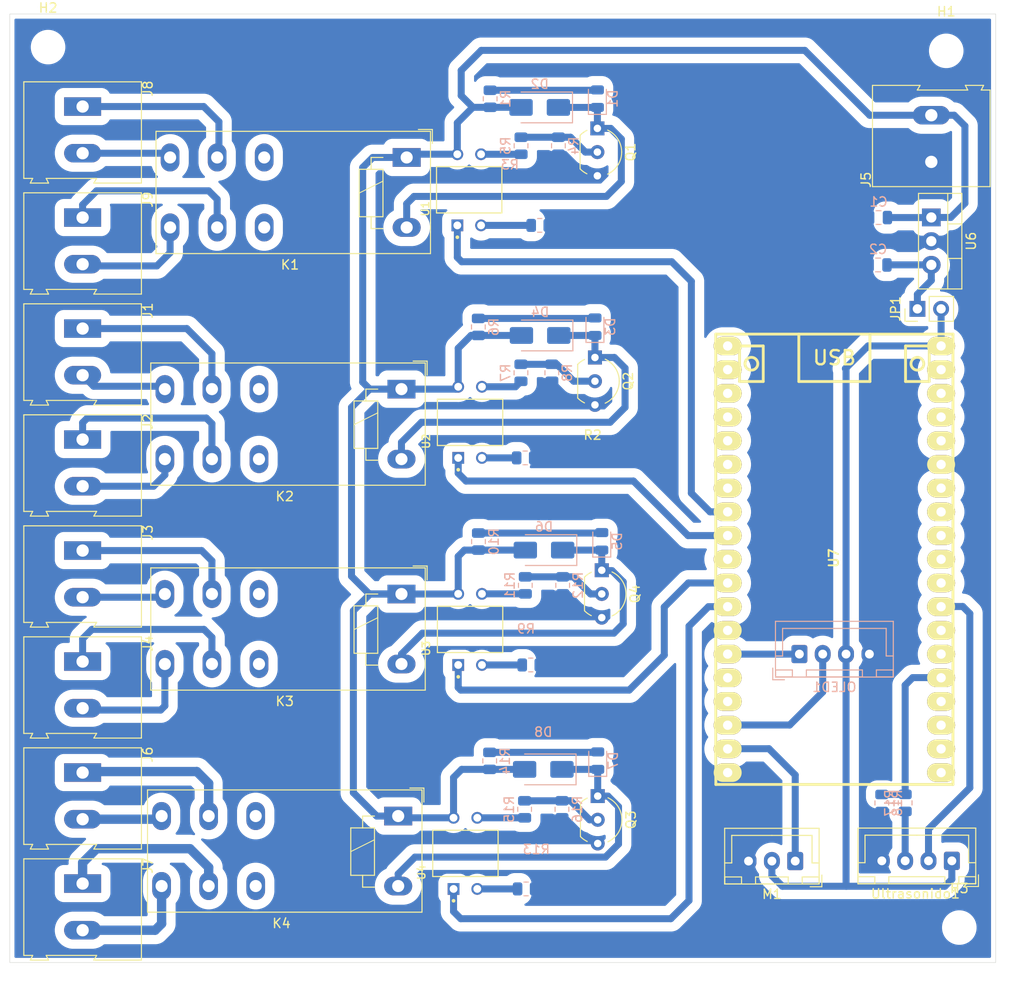
<source format=kicad_pcb>
(kicad_pcb (version 20240108) (generator "pcbnew") (generator_version "8.0")
  (title_block (title "mariano el marranooo"))
  (layers (0 "F.Cu" signal) (31 "B.Cu" signal) (34 "B.Paste" user) (35 "F.Paste" user) (36 "B.SilkS" user "B.Silkscreen") (37 "F.SilkS" user "F.Silkscreen") (38 "B.Mask" user) (39 "F.Mask" user) (44 "Edge.Cuts" user))
  (net 0 "")
  (net 1 "VCC")
  (net 2 "GND")
  (net 3 "+5V")
  (net 4 "11")
  (net 5 "Net-(D1-A)")
  (net 6 "gpio")
  (net 7 "trig")
  (net 8 "echo")
  (net 9 "Net-(D3-K)")
  (net 10 "Net-(D5-K)")
  (net 11 "Net-(D7-K)")
  (net 12 "22")
  (net 13 "Net-(R7-Pad2)")
  (net 14 "Net-(D1-K)")
  (net 15 "Net-(R15-Pad2)")
  (net 16 "Net-(D3-A)")
  (net 17 "Net-(D5-A)")
  (net 18 "Net-(D7-A)")
  (net 19 "gpio4")
  (net 20 "gpio3")
  (net 21 "gpio2")
  (net 22 "Net-(R3-Pad2)")
  (net 23 "Net-(R2-Pad2)")
  (net 24 "Net-(R11-Pad2)")
  (net 25 "77")
  (net 26 "66")
  (net 27 "55")
  (net 28 "44")
  (net 29 "33")
  (net 30 "servo")
  (net 31 "Net-(R5-Pad2)")
  (net 32 "Net-(R9-Pad2)")
  (net 33 "Net-(R13-Pad2)")
  (net 34 "Net-(Ultrasonido1-Pin_3)")
  (net 35 "Net-(Q1-B)")
  (net 36 "Net-(J1-Pin_2)")
  (net 37 "88")
  (net 38 "Net-(J2-Pin_2)")
  (net 39 "Net-(J3-Pin_2)")
  (net 40 "Net-(J4-Pin_2)")
  (net 41 "Net-(J6-Pin_2)")
  (net 42 "Net-(J7-Pin_2)")
  (net 43 "Net-(J8-Pin_2)")
  (net 44 "Net-(J9-Pin_2)")
  (net 53 "Net-(Q2-B)")
  (net 54 "SDA")
  (net 55 "SCL")
  (net 56 "VCC_OL")
  (net 57 "Net-(Q3-B)")
  (net 58 "Net-(Q4-B)")
  (footprint "PC817-B (1):DIP762W50P254L650H455Q4B" (layer "F.Cu") (at 103.5 86.81 90)
    (property "Reference" "U2")
    (property "Value" "PC817")
  )
  (footprint "MountingHole:MountingHole_3.2mm_M3" (layer "F.Cu") (at 155.9 140.95)
    (property "Reference" "H3")
    (property "Value" "MountingHole")
  )
  (footprint "Relay_THT:Relay_DPDT_Schrack-RT2-FormC_RM5mm" (layer "F.Cu") (at 96.15 105.206666 180)
    (property "Reference" "K3")
    (property "Value" "RTE2xxxx")
  )
  (footprint "Package_TO_SOT_THT:TO-92_Inline_Wide" (layer "F.Cu") (at 116.875 79.86 -90)
    (property "Reference" "Q2")
    (property "Value" "BC547")
  )
  (footprint "Connector_JST:JST_XH_B3B-XH-A_1x03_P2.50mm_Vertical" (layer "F.Cu") (at 138.325 133.825 180)
    (property "Reference" "M1")
    (property "Value" "Motor_Servo")
  )
  (footprint "TerminalBlock:TerminalBlock_Altech_AK300-2_P5.00mm" (layer "F.Cu") (at 62 76.76 -90)
    (property "Reference" "J1")
    (property "Value" "Screw_Terminal_01x02")
  )
  (footprint "MountingHole:MountingHole_3.2mm_M3" (layer "F.Cu") (at 58.3 46.6)
    (property "Reference" "H2")
    (property "Value" "MountingHole")
  )
  (footprint "TerminalBlock:TerminalBlock_Altech_AK300-2_P5.00mm" (layer "F.Cu") (at 62 64.865 -90)
    (property "Reference" "J9")
    (property "Value" "Screw_Terminal_01x02")
  )
  (footprint "TerminalBlock:TerminalBlock_Altech_AK300-2_P5.00mm" (layer "F.Cu") (at 62 88.655 -90)
    (property "Reference" "J2")
    (property "Value" "Screw_Terminal_01x02")
  )
  (footprint "MountingHole:MountingHole_3.2mm_M3" (layer "F.Cu") (at 154.5 47)
    (property "Reference" "H1")
    (property "Value" "MountingHole")
  )
  (footprint "Package_TO_SOT_THT:TO-92_Inline_Wide" (layer "F.Cu") (at 117.17 126.86 -90)
    (property "Reference" "Q3")
    (property "Value" "BC547")
  )
  (footprint "Connector_PinHeader_2.54mm:PinHeader_1x02_P2.54mm_Vertical" (layer "F.Cu") (at 151.41 74.65 90)
    (property "Reference" "JP1")
    (property "Value" "Jumper_2_Bridged")
  )
  (footprint "Relay_THT:Relay_DPDT_Schrack-RT2-FormC_RM5mm" (layer "F.Cu") (at 95.8 129 180)
    (property "Reference" "K4")
    (property "Value" "RTE2xxxx")
  )
  (footprint "TerminalBlock:TerminalBlock_Altech_AK300-2_P5.00mm" (layer "F.Cu") (at 62 136.235 -90)
    (property "Reference" "J7")
    (property "Value" "Screw_Terminal_01x02")
  )
  (footprint "TerminalBlock:TerminalBlock_Altech_AK300-2_P5.00mm" (layer "F.Cu") (at 62 52.97 -90)
    (property "Reference" "J8")
    (property "Value" "Screw_Terminal_01x02")
  )
  (footprint "TerminalBlock:TerminalBlock_Altech_AK300-2_P5.00mm" (layer "F.Cu") (at 152.9 58.9 90)
    (property "Reference" "J5")
    (property "Value" "Screw_Terminal_01x02")
  )
  (footprint "TerminalBlock:TerminalBlock_Altech_AK300-2_P5.00mm" (layer "F.Cu") (at 62 100.55 -90)
    (property "Reference" "J3")
    (property "Value" "Screw_Terminal_01x02")
  )
  (footprint "esp?:ESP32S" (layer "F.Cu") (at 142.52 101.485 90)
    (property "Reference" "U7")
    (property "Value" "ESP32_DEVKITC" (hide yes))
  )
  (footprint "PC817-B (1):DIP762W50P254L650H455Q4B" (layer "F.Cu") (at 103.405 61.8925 90)
    (property "Reference" "U1")
    (property "Value" "PC817" (hide yes))
  )
  (footprint "TerminalBlock:TerminalBlock_Altech_AK300-2_P5.00mm" (layer "F.Cu") (at 62 124.34 -90)
    (property "Reference" "J6")
    (property "Value" "Screw_Terminal_01x02")
  )
  (footprint "TerminalBlock:TerminalBlock_Altech_AK300-2_P5.00mm" (layer "F.Cu") (at 62 112.445 -90)
    (property "Reference" "J4")
    (property "Value" "Screw_Terminal_01x02")
  )
  (footprint "Connector_JST:JST_XH_B4B-XH-A_1x04_P2.50mm_Vertical" (layer "F.Cu") (at 155.1 133.8 180)
    (property "Reference" "Ultrasonido1")
    (property "Value" "Screw_Terminal_01x04")
  )
  (footprint "PC817-B (1):DIP762W50P254L650H455Q4B" (layer "F.Cu") (at 103 133 90)
    (property "Reference" "U4")
    (property "Value" "PC817")
  )
  (footprint "Package_TO_SOT_THT:TO-220-3_Vertical" (layer "F.Cu") (at 152.9 64.855 -90)
    (property "Reference" "U6")
    (property "Value" "LM7805_TO220" (hide yes))
  )
  (footprint "Relay_THT:Relay_DPDT_Schrack-RT2-FormC_RM5mm" (layer "F.Cu") (at 96.71 58.425 180)
    (property "Reference" "K1")
    (property "Value" "RTE2xxxx" (hide yes))
  )
  (footprint "Package_TO_SOT_THT:TO-92_Inline_Wide" (layer "F.Cu") (at 117.135 55.31 -90)
    (property "Reference" "Q1")
    (property "Value" "BC547")
  )
  (footprint "PC817-B (1):DIP762W50P254L650H455Q4B" (layer "F.Cu") (at 103.5 109 90)
    (property "Reference" "U3")
    (property "Value" "PC817")
  )
  (footprint "Relay_THT:Relay_DPDT_Schrack-RT2-FormC_RM5mm" (layer "F.Cu") (at 96.15 83.25 180)
    (property "Reference" "K2")
    (property "Value" "RTE2xxxx")
  )
  (footprint "Package_TO_SOT_THT:TO-92_Inline_Wide" (layer "F.Cu") (at 117.605 102.66 -90)
    (property "Reference" "Q4")
    (property "Value" "BC547")
  )
  (footprint "Resistor_SMD:R_0805_2012Metric" (layer "B.Cu") (at 113.34 128.2775 90)
    (property "Reference" "R16")
    (property "Value" "R")
  )
  (footprint "LED_SMD:LED_0805_2012Metric" (layer "B.Cu") (at 117.605 99.5625 90)
    (property "Reference" "D5")
    (property "Value" "LED")
  )
  (footprint "LED_SMD:LED_0805_2012Metric" (layer "B.Cu") (at 117.17 123.0625 90)
    (property "Reference" "D7")
    (property "Value" "LED")
  )
  (footprint "LED_SMD:LED_0805_2012Metric" (layer "B.Cu") (at 117.135 52.125 90)
    (property "Reference" "D1")
    (property "Value" "LED")
  )
  (footprint "Diode_SMD:D_SMA" (layer "B.Cu") (at 111.34 124 180)
    (property "Reference" "D8")
    (property "Value" "DIODE")
  )
  (footprint "Resistor_SMD:R_0805_2012Metric" (layer "B.Cu") (at 108.94875 81.5 -90)
    (property "Reference" "R7")
    (property "Value" "1KΩ")
  )
  (footprint "Resistor_SMD:R_0805_2012Metric" (layer "B.Cu") (at 150.1 127.59 -90)
    (property "Reference" "R17")
    (property "Value" "1KΩ")
  )
  (footprint "Capacitor_SMD:C_0805_2012Metric" (layer "B.Cu") (at 147.2 69.945 180)
    (property "Reference" "C2")
    (property "Value" "C")
  )
  (footprint "Resistor_SMD:R_0805_2012Metric" (layer "B.Cu") (at 112.96 57.17 90)
    (property "Reference" "R4")
    (property "Value" "R")
  )
  (footprint "Resistor_SMD:R_0805_2012Metric" (layer "B.Cu") (at 112.255 81.5 90)
    (property "Reference" "R8")
    (property "Value" "10KΩ")
  )
  (footprint "Resistor_SMD:R_0805_2012Metric" (layer "B.Cu") (at 109.4175 104.2775 -90)
    (property "Reference" "R11")
    (property "Value" "R" (hide yes))
  )
  (footprint "Resistor_SMD:R_0805_2012Metric" (layer "B.Cu") (at 109.4 90.62 180)
    (property "Reference" "R2")
    (property "Value" "220Ω")
  )
  (footprint "Resistor_SMD:R_0805_2012Metric" (layer "B.Cu") (at 110.96 65.7025 180)
    (property "Reference" "R3")
    (property "Value" "R")
  )
  (footprint "Capacitor_SMD:C_0805_2012Metric" (layer "B.Cu") (at 147.25 64.865 180)
    (property "Reference" "C1")
    (property "Value" "C")
  )
  (footprint "Resistor_SMD:R_0805_2012Metric" (layer "B.Cu") (at 105.65 52.1375 90)
    (property "Reference" "R1")
    (property "Value" "R")
  )
  (footprint "Diode_SMD:D_SMA" (layer "B.Cu") (at 111.4175 100.5 180)
    (property "Reference" "D6")
    (property "Value" "DIODE")
  )
  (footprint "Resistor_SMD:R_0805_2012Metric" (layer "B.Cu") (at 109.5 136.81 180)
    (property "Reference" "R13")
    (property "Value" "R")
  )
  (footprint "Diode_SMD:D_SMA" (layer "B.Cu") (at 111 77.5 180)
    (property "Reference" "D4")
    (property "Value" "DIODE")
  )
  (footprint "Resistor_SMD:R_0805_2012Metric" (layer "B.Cu") (at 113.4175 104.2775 90)
    (property "Reference" "R12")
    (property "Value" "R")
  )
  (footprint "Resistor_SMD:R_0805_2012Metric" (layer "B.Cu") (at 110 112.81 180)
    (property "Reference" "R9")
    (property "Value" "R")
  )
  (footprint "LED_SMD:LED_0805_2012Metric" (layer "B.Cu") (at 116.875 76.5625 90)
    (property "Reference" "D3")
    (property "Value" "LED")
  )
  (footprint "Resistor_SMD:R_0805_2012Metric" (layer "B.Cu") (at 108.96 57.17 -90)
    (property "Reference" "R5")
    (property "Value" "R")
  )
  (footprint "Diode_SMD:D_SMA" (layer "B.Cu") (at 110.96 53.0625 180)
    (property "Reference" "D2")
    (property "Value" "DIODE")
  )
  (footprint "Resistor_SMD:R_0805_2012Metric" (layer "B.Cu") (at 104.4 99.5875 90)
    (property "Reference" "R10")
    (property "Value" "R")
  )
  (footprint "Resistor_SMD:R_0805_2012Metric" (layer "B.Cu") (at 109.34 128.2775 -90)
    (property "Reference" "R15")
    (property "Value" "R")
  )
  (footprint "Resistor_SMD:R_0805_2012Metric" (layer "B.Cu") (at 147.6 127.6 90)
    (property "Reference" "R18")
    (property "Value" "1,5KΩ")
  )
  (footprint "Resistor_SMD:R_0805_2012Metric" (layer "B.Cu") (at 105.6 123.0875 90)
    (property "Reference" "R14")
    (property "Value" "R")
  )
  (footprint "Connector_JST:JST_XH_B4B-XH-A_1x04_P2.50mm_Vertical" (layer "B.Cu") (at 138.77 111.645)
    (property "Reference" "OLED1")
    (property "Value" "Screw_Terminal_01x04")
  )
  (footprint "Resistor_SMD:R_0805_2012Metric" (layer "B.Cu") (at 104.3875 76.5875 90)
    (property "Reference" "R6")
    (property "Value" "1KΩ")
  )
  (gr_rect (start 54.2 43.05) (end 159.8 144.7) (stroke (width 0.05)) (fill none) (layer "Edge.Cuts"))
  (segment (start 93.075 58.425) (end 96.71 58.425) (width 0.75) (layer "B.Cu") (net 1))
  (segment (start 90.8 103.3) (end 92.706666 105.206666) (width 0.75) (layer "B.Cu") (net 1))
  (segment (start 96.59 83.69) (end 96.15 83.25) (width 0.75) (layer "B.Cu") (net 1))
  (segment (start 96.15 105.206666) (end 92.793334 105.206666) (width 0.75) (layer "B.Cu") (net 1))
  (segment (start 139.35 46.95) (end 146.3 53.9) (width 0.75) (layer "B.Cu") (net 1))
  (segment (start 156.5 63.335) (end 154.98 64.855) (width 0.75) (layer "B.Cu") (net 1))
  (segment (start 102.1275 58.075) (end 102.135 58.0825) (width 0.75) (layer "B.Cu") (net 1))
  (segment (start 105.65 53.05) (end 108.9475 53.05) (width 0.75) (layer "B.Cu") (net 1))
  (segment (start 102.23 105.19) (end 102.23 101.17) (width 0.75) (layer "B.Cu") (net 1))
  (segment (start 153.35 64.865) (end 153.36 64.855) (width 0.75) (layer "B.Cu") (net 1))
  (segment (start 108.9475 53.05) (end 108.96 53.0625) (width 0.75) (layer "B.Cu") (net 1))
  (segment (start 152.9 53.9) (end 155.35 53.9) (width 0.75) (layer "B.Cu") (net 1))
  (segment (start 92 82.5) (end 92.75 83.25) (width 0.75) (layer "B.Cu") (net 1))
  (segment (start 104.3875 77.5) (end 109 77.5) (width 0.75) (layer "B.Cu") (net 1))
  (segment (start 91 107) (end 91 126.5) (width 0.75) (layer "B.Cu") (net 1))
  (segment (start 154.98 64.855) (end 152.9 64.855) (width 0.75) (layer "B.Cu") (net 1))
  (segment (start 92.75 83.25) (end 90.8 85.2) (width 0.75) (layer "B.Cu") (net 1))
  (segment (start 102.55 51.8) (end 102.55 49.1) (width 0.75) (layer "B.Cu") (net 1))
  (segment (start 103.8 53.05) (end 102.135 54.715) (width 0.75) (layer "B.Cu") (net 1))
  (segment (start 103.8 53.05) (end 102.55 51.8) (width 0.75) (layer "B.Cu") (net 1))
  (segment (start 102.6 124) (end 101.73 124.87) (width 0.75) (layer "B.Cu") (net 1))
  (segment (start 101.98 83.25) (end 102.23 83) (width 0.75) (layer "B.Cu") (net 1))
  (segment (start 92 59.5) (end 93.075 58.425) (width 0.75) (layer "B.Cu") (net 1))
  (segment (start 101.73 124.87) (end 101.73 129.19) (width 0.75) (layer "B.Cu") (net 1))
  (segment (start 92.793334 105.206666) (end 91 107) (width 0.75) (layer "B.Cu") (net 1))
  (segment (start 152.89 64.865) (end 152.9 64.855) (width 0.75) (layer "B.Cu") (net 1))
  (segment (start 102.23 101.17) (end 102.9 100.5) (width 0.75) (layer "B.Cu") (net 1))
  (segment (start 102.213334 105.206666) (end 102.23 105.19) (width 0.75) (layer "B.Cu") (net 1))
  (segment (start 104.7 46.95) (end 139.35 46.95) (width 0.75) (layer "B.Cu") (net 1))
  (segment (start 93.5 129) (end 95.8 129) (width 0.75) (layer "B.Cu") (net 1))
  (segment (start 97.06 58.075) (end 102.1275 58.075) (width 0.75) (layer "B.Cu") (net 1))
  (segment (start 92 82.5) (end 92 59.5) (width 0.75) (layer "B.Cu") (net 1))
  (segment (start 104.4 100.5) (end 109.4175 100.5) (width 0.75) (layer "B.Cu") (net 1))
  (segment (start 105.65 53.05) (end 103.8 53.05) (width 0.75) (layer "B.Cu") (net 1))
  (segment (start 146.3 53.9) (end 152.9 53.9) (width 0.75) (layer "B.Cu") (net 1))
  (segment (start 102.55 49.1) (end 104.7 46.95) (width 0.75) (layer "B.Cu") (net 1))
  (segment (start 102.23 83) (end 102.23 78.87) (width 0.75) (layer "B.Cu") (net 1))
  (segment (start 91 126.5) (end 93.5 129) (width 0.75) (layer "B.Cu") (net 1))
  (segment (start 102.135 54.715) (end 102.135 58.0825) (width 0.75) (layer "B.Cu") (net 1))
  (segment (start 96.71 58.425) (end 97.06 58.075) (width 0.75) (layer "B.Cu") (net 1))
  (segment (start 102.9 100.5) (end 104.4 100.5) (width 0.75) (layer "B.Cu") (net 1))
  (segment (start 96.15 105.206666) (end 102.213334 105.206666) (width 0.75) (layer "B.Cu") (net 1))
  (segment (start 105.6 124) (end 102.6 124) (width 0.75) (layer "B.Cu") (net 1))
  (segment (start 101.73 129.19) (end 95.99 129.19) (width 0.75) (layer "B.Cu") (net 1))
  (segment (start 102.23 78.87) (end 103.6 77.5) (width 0.75) (layer "B.Cu") (net 1))
  (segment (start 103.6 77.5) (end 104.3875 77.5) (width 0.75) (layer "B.Cu") (net 1))
  (segment (start 96.15 83.25) (end 101.98 83.25) (width 0.75) (layer "B.Cu") (net 1))
  (segment (start 155.35 53.9) (end 156.5 55.05) (width 0.75) (layer "B.Cu") (net 1))
  (segment (start 90.8 85.2) (end 90.8 103.3) (width 0.75) (layer "B.Cu") (net 1))
  (segment (start 95.99 129.19) (end 95.8 129) (width 0.75) (layer "B.Cu") (net 1))
  (segment (start 109.34 124) (end 105.6 124) (width 0.75) (layer "B.Cu") (net 1))
  (segment (start 92.75 83.25) (end 96.15 83.25) (width 0.75) (layer "B.Cu") (net 1))
  (segment (start 156.5 55.05) (end 156.5 63.335) (width 0.75) (layer "B.Cu") (net 1))
  (segment (start 148.2 64.865) (end 152.89 64.865) (width 0.75) (layer "B.Cu") (net 1))
  (segment (start 92.706666 105.206666) (end 96.15 105.206666) (width 0.75) (layer "B.Cu") (net 1))
  (segment (start 152.9 69.935) (end 148.22 69.935) (width 0.75) (layer "B.Cu") (net 3))
  (segment (start 151.41 74.65) (end 151.41 73.09) (width 0.75) (layer "B.Cu") (net 3))
  (segment (start 151.41 73.09) (end 152.9 71.6) (width 0.75) (layer "B.Cu") (net 3))
  (segment (start 152.9 71.6) (end 152.9 69.935) (width 0.75) (layer "B.Cu") (net 3))
  (segment (start 74.97 52.97) (end 76.6 54.6) (width 0.75) (layer "B.Cu") (net 4))
  (segment (start 76.6 58.235) (end 76.41 58.425) (width 0.75) (layer "B.Cu") (net 4))
  (segment (start 62 52.97) (end 74.97 52.97) (width 0.75) (layer "B.Cu") (net 4))
  (segment (start 76.6 54.6) (end 76.6 58.235) (width 0.75) (layer "B.Cu") (net 4))
  (segment (start 105.65 51.225) (end 117.0975 51.225) (width 0.75) (layer "B.Cu") (net 5))
  (segment (start 117.0975 51.225) (end 117.135 51.1875) (width 0.75) (layer "B.Cu") (net 5))
  (segment (start 102.6 69.6) (end 125.1 69.6) (width 0.75) (layer "B.Cu") (net 6))
  (segment (start 102.135 65.7025) (end 102.135 69.135) (width 0.75) (layer "B.Cu") (net 6))
  (segment (start 129.205 96.405) (end 131.09 96.405) (width 0.75) (layer "B.Cu") (net 6))
  (segment (start 127.2 71.7) (end 127.2 94.4) (width 0.75) (layer "B.Cu") (net 6))
  (segment (start 127.2 94.4) (end 129.205 96.405) (width 0.75) (layer "B.Cu") (net 6))
  (segment (start 125.1 69.6) (end 127.2 71.7) (width 0.75) (layer "B.Cu") (net 6))
  (segment (start 102.135 69.135) (end 102.6 69.6) (width 0.75) (layer "B.Cu") (net 6))
  (segment (start 157.025 107.3) (end 156.27 106.545) (width 0.75) (layer "B.Cu") (net 7))
  (segment (start 152.6 130.4) (end 157.025 125.975) (width 0.75) (layer "B.Cu") (net 7))
  (segment (start 157.025 125.975) (end 157.025 107.3) (width 0.75) (layer "B.Cu") (net 7))
  (segment (start 156.27 106.545) (end 153.95 106.545) (width 0.75) (layer "B.Cu") (net 7))
  (segment (start 152.6 133.8) (end 152.6 130.4) (width 0.75) (layer "B.Cu") (net 7))
  (segment (start 150.91 114.165) (end 153.95 114.165) (width 0.75) (layer "B.Cu") (net 8))
  (segment (start 150.1 126.6775) (end 150.1 114.975) (width 0.75) (layer "B.Cu") (net 8))
  (segment (start 150.09 126.6875) (end 150.1 126.6775) (width 0.75) (layer "B.Cu") (net 8))
  (segment (start 154.174 114.389) (end 153.95 114.165) (width 0.75) (layer "B.Cu") (net 8))
  (segment (start 147.6 126.6875) (end 150.09 126.6875) (width 0.75) (layer "B.Cu") (net 8))
  (segment (start 150.1 114.975) (end 150.91 114.165) (width 0.75) (layer "B.Cu") (net 8))
  (segment (start 113 77.5) (end 116.875 77.5) (width 0.75) (layer "B.Cu") (net 9))
  (segment (start 120.1 85.2) (end 118.5 86.8) (width 0.75) (layer "B.Cu") (net 9))
  (segment (start 98.3 86.8) (end 96.15 88.95) (width 0.75) (layer "B.Cu") (net 9))
  (segment (start 116.875 79.86) (end 116.875 77.5) (width 0.75) (layer "B.Cu") (net 9))
  (segment (start 120.1 81) (end 120.1 85.2) (width 0.75) (layer "B.Cu") (net 9))
  (segment (start 118.96 79.86) (end 120.1 81) (width 0.75) (layer "B.Cu") (net 9))
  (segment (start 116.875 79.86) (end 118.96 79.86) (width 0.75) (layer "B.Cu") (net 9))
  (segment (start 118.5 86.8) (end 98.3 86.8) (width 0.75) (layer "B.Cu") (net 9))
  (segment (start 96.15 88.95) (end 96.15 90.75) (width 0.75) (layer "B.Cu") (net 9))
  (segment (start 113.4175 100.5) (end 117.605 100.5) (width 0.75) (layer "B.Cu") (net 10))
  (segment (start 117.605 102.66) (end 117.605 100.5) (width 0.75) (layer "B.Cu") (net 10))
  (segment (start 96.15 112.706666) (end 96.15 111.65) (width 0.75) (layer "B.Cu") (net 10))
  (segment (start 118.7 102.7) (end 117.645 102.7) (width 0.75) (layer "B.Cu") (net 10))
  (segment (start 118.9 109.4) (end 119.9 108.4) (width 0.75) (layer "B.Cu") (net 10))
  (segment (start 96.15 111.65) (end 98.4 109.4) (width 0.75) (layer "B.Cu") (net 10))
  (segment (start 119.9 108.4) (end 119.9 103.9) (width 0.75) (layer "B.Cu") (net 10))
  (segment (start 119.9 103.9) (end 118.7 102.7) (width 0.75) (layer "B.Cu") (net 10))
  (segment (start 117.645 102.7) (end 117.605 102.66) (width 0.75) (layer "B.Cu") (net 10))
  (segment (start 98.4 109.4) (end 118.9 109.4) (width 0.75) (layer "B.Cu") (net 10))
  (segment (start 118.26 126.86) (end 119.4 128) (width 0.75) (layer "B.Cu") (net 11))
  (segment (start 117.17 124) (end 117.17 126.86) (width 0.75) (layer "B.Cu") (net 11))
  (segment (start 119.4 132) (end 118 133.4) (width 0.75) (layer "B.Cu") (net 11))
  (segment (start 97.6 133.4) (end 95.8 135.2) (width 0.75) (layer "B.Cu") (net 11))
  (segment (start 119.4 128) (end 119.4 132) (width 0.75) (layer "B.Cu") (net 11))
  (segment (start 118 133.4) (end 97.6 133.4) (width 0.75) (layer "B.Cu") (net 11))
  (segment (start 95.8 135.2) (end 95.8 136.5) (width 0.75) (layer "B.Cu") (net 11))
  (segment (start 113.34 124) (end 117.17 124) (width 0.75) (layer "B.Cu") (net 11))
  (segment (start 117.17 126.86) (end 118.26 126.86) (width 0.75) (layer "B.Cu") (net 11))
  (segment (start 62 64.865) (end 62 63.5) (width 0.75) (layer "B.Cu") (net 12))
  (segment (start 63.5 62) (end 75.5 62) (width 0.75) (layer "B.Cu") (net 12))
  (segment (start 62 63.5) (end 63.5 62) (width 0.75) (layer "B.Cu") (net 12))
  (segment (start 76.41 62.91) (end 76.41 65.925) (width 0.75) (layer "B.Cu") (net 12))
  (segment (start 75.5 62) (end 76.41 62.91) (width 0.75) (layer "B.Cu") (net 12))
  (segment (start 104.77 83) (end 108.36125 83) (width 0.75) (layer "B.Cu") (net 13))
  (segment (start 108.36125 83) (end 108.94875 82.4125) (width 0.75) (layer "B.Cu") (net 13))
  (segment (start 118.1 62.6) (end 97.5 62.6) (width 0.75) (layer "B.Cu") (net 14))
  (segment (start 117.135 55.31) (end 117.135 53.0625) (width 0.75) (layer "B.Cu") (net 14))
  (segment (start 97.5 62.6) (end 96.71 63.39) (width 0.75) (layer "B.Cu") (net 14))
  (segment (start 119.7 56.45) (end 119.7 61) (width 0.75) (layer "B.Cu") (net 14))
  (segment (start 119.7 61) (end 118.1 62.6) (width 0.75) (layer "B.Cu") (net 14))
  (segment (start 112.96 53.0625) (end 117.135 53.0625) (width 0.75) (layer "B.Cu") (net 14))
  (segment (start 117.135 55.31) (end 118.56 55.31) (width 0.75) (layer "B.Cu") (net 14))
  (segment (start 118.56 55.31) (end 119.7 56.45) (width 0.75) (layer "B.Cu") (net 14))
  (segment (start 96.71 63.39) (end 96.71 65.925) (width 0.75) (layer "B.Cu") (net 14))
  (segment (start 104.27 129.19) (end 108.79 129.19) (width 0.75) (layer "B.Cu") (net 15))
  (segment (start 116.825 75.675) (end 116.875 75.625) (width 0.75) (layer "B.Cu") (net 16))
  (segment (start 104.3875 75.675) (end 116.825 75.675) (width 0.75) (layer "B.Cu") (net 16))
  (segment (start 117.555 98.675) (end 117.605 98.625) (width 0.75) (layer "B.Cu") (net 17))
  (segment (start 104.4 98.675) (end 117.555 98.675) (width 0.75) (layer "B.Cu") (net 17))
  (segment (start 116.625 122.175) (end 105.6 122.175) (width 0.75) (layer "B.Cu") (net 18))
  (segment (start 116.675 122.125) (end 116.625 122.175) (width 0.75) (layer "B.Cu") (net 18))
  (segment (start 117.17 122.125) (end 116.675 122.125) (width 0.75) (layer "B.Cu") (net 18))
  (segment (start 129.035 106.565) (end 131.09 106.565) (width 0.75) (layer "B.Cu") (net 19))
  (segment (start 125 140) (end 126.95 138.05) (width 0.75) (layer "B.Cu") (net 19))
  (segment (start 101.73 136.81) (end 101.73 139.23) (width 0.75) (layer "B.Cu") (net 19))
  (segment (start 102.5 140) (end 125 140) (width 0.75) (layer "B.Cu") (net 19))
  (segment (start 101.73 139.23) (end 102.5 140) (width 0.75) (layer "B.Cu") (net 19))
  (segment (start 126.95 108.65) (end 129.035 106.565) (width 0.75) (layer "B.Cu") (net 19))
  (segment (start 126.95 138.05) (end 126.95 108.65) (width 0.75) (layer "B.Cu") (net 19))
  (segment (start 124.3 111.75) (end 124.3 106.6) (width 0.75) (layer "B.Cu") (net 20))
  (segment (start 102.23 115.23) (end 102.5 115.5) (width 0.75) (layer "B.Cu") (net 20))
  (segment (start 126.875 104.025) (end 131.09 104.025) (width 0.75) (layer "B.Cu") (net 20))
  (segment (start 102.5 115.5) (end 120.55 115.5) (width 0.75) (layer "B.Cu") (net 20))
  (segment (start 120.55 115.5) (end 124.3 111.75) (width 0.75) (layer "B.Cu") (net 20))
  (segment (start 124.3 106.6) (end 126.875 104.025) (width 0.75) (layer "B.Cu") (net 20))
  (segment (start 102.23 112.81) (end 102.23 115.23) (width 0.75) (layer "B.Cu") (net 20))
  (segment (start 103.06 93.1) (end 102.23 92.27) (width 0.75) (layer "B.Cu") (net 21))
  (segment (start 126.845 98.945) (end 121 93.1) (width 0.75) (layer "B.Cu") (net 21))
  (segment (start 102.23 92.27) (end 102.23 90.62) (width 0.75) (layer "B.Cu") (net 21))
  (segment (start 131.09 98.945) (end 126.845 98.945) (width 0.75) (layer "B.Cu") (net 21))
  (segment (start 121 93.1) (end 103.06 93.1) (width 0.75) (layer "B.Cu") (net 21))
  (segment (start 104.675 65.7025) (end 110.0475 65.7025) (width 0.75) (layer "B.Cu") (net 22))
  (segment (start 104.77 90.62) (end 108.4875 90.62) (width 0.75) (layer "B.Cu") (net 23))
  (segment (start 104.77 90.62) (end 104.79 90.6) (width 0.75) (layer "B.Cu") (net 23))
  (segment (start 104.77 105.19) (end 109.4175 105.19) (width 0.75) (layer "B.Cu") (net 24))
  (segment (start 74.235 124.235) (end 75.5 125.5) (width 1) (layer "B.Cu") (net 25))
  (segment (start 62 124.235) (end 74.235 124.235) (width 1) (layer "B.Cu") (net 25))
  (segment (start 75.5 125.5) (end 75.5 129) (width 1) (layer "B.Cu") (net 25))
  (segment (start 62 110) (end 63 109) (width 0.75) (layer "B.Cu") (net 26))
  (segment (start 63 109) (end 75 109) (width 0.75) (layer "B.Cu") (net 26))
  (segment (start 62 112.64) (end 62 110) (width 0.75) (layer "B.Cu") (net 26))
  (segment (start 75.85 109.85) (end 75.85 112.706666) (width 0.75) (layer "B.Cu") (net 26))
  (segment (start 75 109) (end 75.85 109.85) (width 0.75) (layer "B.Cu") (net 26))
  (segment (start 62 100.55) (end 74.75 100.55) (width 0.75) (layer "B.Cu") (net 27))
  (segment (start 74.75 100.55) (end 75.85 101.65) (width 0.75) (layer "B.Cu") (net 27))
  (segment (start 75.85 101.65) (end 75.85 105.206666) (width 0.75) (layer "B.Cu") (net 27))
  (segment (start 75.85 86.95) (end 75.85 90.75) (width 0.75) (layer "B.Cu") (net 28))
  (segment (start 62 86.85) (end 62.5 86.35) (width 0.75) (layer "B.Cu") (net 28))
  (segment (start 62 88.655) (end 62 86.85) (width 0.75) (layer "B.Cu") (net 28))
  (segment (start 75.25 86.35) (end 75.85 86.95) (width 0.75) (layer "B.Cu") (net 28))
  (segment (start 62.5 86.35) (end 75.25 86.35) (width 0.75) (layer "B.Cu") (net 28))
  (segment (start 73.16 76.76) (end 75.85 79.45) (width 0.75) (layer "B.Cu") (net 29))
  (segment (start 75.85 79.45) (end 75.85 83.25) (width 0.75) (layer "B.Cu") (net 29))
  (segment (start 62 76.76) (end 73.16 76.76) (width 0.75) (layer "B.Cu") (net 29))
  (segment (start 131.09 121.785) (end 135.51 121.785) (width 0.75) (layer "B.Cu") (net 30))
  (segment (start 135.51 121.785) (end 138.325 124.6) (width 0.75) (layer "B.Cu") (net 30))
  (segment (start 138.325 124.6) (end 138.325 133.825) (width 0.75) (layer "B.Cu") (net 30))
  (segment (start 104.675 58.0825) (end 108.96 58.0825) (width 0.75) (layer "B.Cu") (net 31))
  (segment (start 104.77 112.81) (end 109.0875 112.81) (width 0.75) (layer "B.Cu") (net 32))
  (segment (start 104.27 136.81) (end 108.5875 136.81) (width 0.75) (layer "B.Cu") (net 33))
  (segment (start 150.1 128.5025) (end 150.1 133.8) (width 0.75) (layer "B.Cu") (net 34))
  (segment (start 108.96 56.2575) (end 112.96 56.2575) (width 0.75) (layer "B.Cu") (net 35))
  (segment (start 115.85 57.85) (end 117.135 57.85) (width 0.75) (layer "B.Cu") (net 35))
  (segment (start 114.2575 56.2575) (end 115.85 57.85) (width 0.75) (layer "B.Cu") (net 35))
  (segment (start 112.96 56.2575) (end 114.2575 56.2575) (width 0.75) (layer "B.Cu") (net 35))
  (segment (start 62 81.76) (end 63.18 82.94) (width 0.75) (layer "B.Cu") (net 36))
  (segment (start 70.5 82.94) (end 70.81 83.25) (width 0.75) (layer "B.Cu") (net 36))
  (segment (start 63.18 82.94) (end 70.5 82.94) (width 0.75) (layer "B.Cu") (net 36))
  (segment (start 62 136.235) (end 62 134) (width 1) (layer "B.Cu") (net 37))
  (segment (start 63.5 132.5) (end 73.5 132.5) (width 1) (layer "B.Cu") (net 37))
  (segment (start 62 134) (end 63.5 132.5) (width 1) (layer "B.Cu") (net 37))
  (segment (start 75.5 134.5) (end 75.5 136.5) (width 1) (layer "B.Cu") (net 37))
  (segment (start 73.5 132.5) (end 75.5 134.5) (width 1) (layer "B.Cu") (net 37))
  (segment (start 62 93.655) (end 69.595 93.655) (width 0.75) (layer "B.Cu") (net 38))
  (segment (start 69.595 93.655) (end 70.81 92.44) (width 0.75) (layer "B.Cu") (net 38))
  (segment (start 70.81 92.44) (end 70.81 90.75) (width 0.75) (layer "B.Cu") (net 38))
  (segment (start 62 105.55) (end 70.466666 105.55) (width 0.75) (layer "B.Cu") (net 39))
  (segment (start 70.466666 105.55) (end 70.81 105.206666) (width 0.75) (layer "B.Cu") (net 39))
  (segment (start 70.81 117.19) (end 70.81 112.706666) (width 0.75) (layer "B.Cu") (net 40))
  (segment (start 70.36 117.64) (end 70.81 117.19) (width 0.75) (layer "B.Cu") (net 40))
  (segment (start 62 117.64) (end 70.36 117.64) (width 0.75) (layer "B.Cu") (net 40))
  (segment (start 62 129.34) (end 70.12 129.34) (width 1) (layer "B.Cu") (net 41))
  (segment (start 70.225 129.235) (end 70.46 129) (width 1) (layer "B.Cu") (net 41))
  (segment (start 70.12 129.34) (end 70.46 129) (width 1) (layer "B.Cu") (net 41))
  (segment (start 62 141.235) (end 69.765 141.235) (width 1) (layer "B.Cu") (net 42))
  (segment (start 70.46 140.54) (end 70.46 136.5) (width 1) (layer "B.Cu") (net 42))
  (segment (start 69.765 141.235) (end 70.46 140.54) (width 1) (layer "B.Cu") (net 42))
  (segment (start 62.2 57.97) (end 70.915 57.97) (width 0.75) (layer "B.Cu") (net 43))
  (segment (start 70.915 57.97) (end 71.37 58.425) (width 0.75) (layer "B.Cu") (net 43))
  (segment (start 62 69.865) (end 62.185 70.05) (width 0.75) (layer "B.Cu") (net 44))
  (segment (start 69.95 70.05) (end 71.37 68.63) (width 0.75) (layer "B.Cu") (net 44))
  (segment (start 71.37 68.63) (end 71.37 65.925) (width 0.75) (layer "B.Cu") (net 44))
  (segment (start 60.7 69.795) (end 60.6 69.695) (width 0.75) (layer "B.Cu") (net 44))
  (segment (start 62.185 70.05) (end 69.95 70.05) (width 0.75) (layer "B.Cu") (net 44))
  (segment (start 112.7875 80.5875) (end 114.6 82.4) (width 0.75) (layer "B.Cu") (net 53))
  (segment (start 114.6 82.4) (end 116.875 82.4) (width 0.75) (layer "B.Cu") (net 53))
  (segment (start 108.94875 80.5875) (end 112.255 80.5875) (width 0.75) (layer "B.Cu") (net 53))
  (segment (start 112.255 80.5875) (end 112.7875 80.5875) (width 0.75) (layer "B.Cu") (net 53))
  (segment (start 138.77 111.645) (end 131.09 111.645) (width 0.75) (layer "B.Cu") (net 54))
  (segment (start 141.27 115.705) (end 137.73 119.245) (width 0.75) (layer "B.Cu") (net 55))
  (segment (start 141.27 111.645) (end 141.27 115.705) (width 0.75) (layer "B.Cu") (net 55))
  (segment (start 137.73 119.245) (end 131.09 119.245) (width 0.75) (layer "B.Cu") (net 55))
  (segment (start 153.95 78.625) (end 153.95 74.65) (width 0.75) (layer "B.Cu") (net 56))
  (segment (start 136.95 136.525) (end 154.35 136.525) (width 0.75) (layer "B.Cu") (net 56))
  (segment (start 143.77 111.645) (end 143.77 136.495) (width 0.75) (layer "B.Cu") (net 56))
  (segment (start 143.8 136.525) (end 143.77 136.495) (width 0.75) (layer "B.Cu") (net 56))
  (segment (start 154.35 136.525) (end 155.1 135.775) (width 0.75) (layer "B.Cu") (net 56))
  (segment (start 146.125 78.625) (end 143.7 81.05) (width 0.75) (layer "B.Cu") (net 56))
  (segment (start 135.825 135.4) (end 136.95 136.525) (width 0.75) (layer "B.Cu") (net 56))
  (segment (start 143.77 81.12) (end 143.77 111.645) (width 0.75) (layer "B.Cu") (net 56))
  (segment (start 155.1 135.775) (end 155.1 133.8) (width 0.75) (layer "B.Cu") (net 56))
  (segment (start 143.7 81.05) (end 143.77 81.12) (width 0.75) (layer "B.Cu") (net 56))
  (segment (start 153.95 78.625) (end 146.125 78.625) (width 0.75) (layer "B.Cu") (net 56))
  (segment (start 135.825 133.825) (end 135.825 135.4) (width 0.75) (layer "B.Cu") (net 56))
  (segment (start 117.17 129.4) (end 116.3 129.4) (width 0.75) (layer "B.Cu") (net 57))
  (segment (start 109.34 127.365) (end 113.34 127.365) (width 0.75) (layer "B.Cu") (net 57))
  (segment (start 116.3 129.4) (end 114.265 127.365) (width 0.75) (layer "B.Cu") (net 57))
  (segment (start 114.265 127.365) (end 113.34 127.365) (width 0.75) (layer "B.Cu") (net 57))
  (segment (start 109.4175 103.365) (end 113.4175 103.365) (width 0.75) (layer "B.Cu") (net 58))
  (segment (start 116.4 105.2) (end 117.605 105.2) (width 0.75) (layer "B.Cu") (net 58))
  (segment (start 113.4175 103.365) (end 114.565 103.365) (width 0.75) (layer "B.Cu") (net 58))
  (segment (start 114.565 103.365) (end 116.4 105.2) (width 0.75) (layer "B.Cu") (net 58))
  (zone (net 2) (net_name "GND") (layer "B.Cu") (connect_pads yes (clearance 1)) (min_thickness 0.25) (fill yes (thermal_gap 1) (thermal_bridge_width 0.5))
    (polygon (pts (xy 54.2 43.05) (xy 159.8 43.05) (xy 159.8 144.45) (xy 54.2 144.7)))
  )
)
</source>
